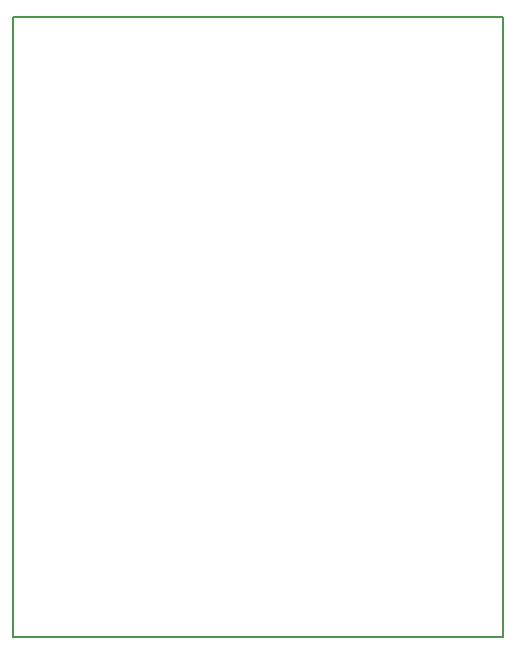
<source format=gbr>
G04 DipTrace 3.0.0.1*
G04 BoardOutline.gbr*
%MOIN*%
G04 #@! TF.FileFunction,Profile*
G04 #@! TF.Part,Single*
%ADD11C,0.005512*%
%FSLAX26Y26*%
G04*
G70*
G90*
G75*
G01*
G04 BoardOutline*
%LPD*%
X393701Y393701D2*
D11*
X2027559D1*
Y2460630D1*
X393701D1*
Y393701D1*
M02*

</source>
